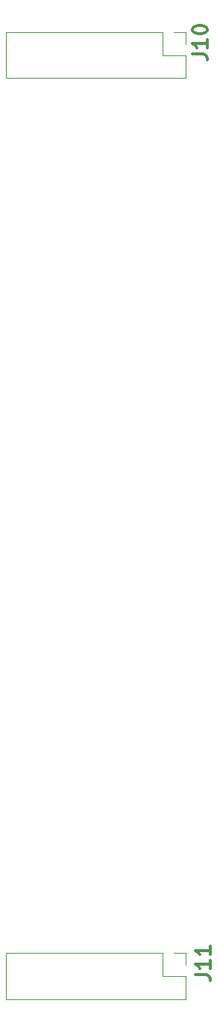
<source format=gto>
%TF.GenerationSoftware,KiCad,Pcbnew,(6.0.1)*%
%TF.CreationDate,2022-10-13T17:59:12-04:00*%
%TF.ProjectId,SYNTH-MIXER4-01-DB,53594e54-482d-44d4-9958-4552342d3031,1*%
%TF.SameCoordinates,Original*%
%TF.FileFunction,Legend,Top*%
%TF.FilePolarity,Positive*%
%FSLAX46Y46*%
G04 Gerber Fmt 4.6, Leading zero omitted, Abs format (unit mm)*
G04 Created by KiCad (PCBNEW (6.0.1)) date 2022-10-13 17:59:12*
%MOMM*%
%LPD*%
G01*
G04 APERTURE LIST*
%ADD10C,0.349250*%
%ADD11C,0.120000*%
G04 APERTURE END LIST*
D10*
%TO.C,J11*%
X26477080Y-116576323D02*
X27656366Y-116576323D01*
X27892223Y-116654942D01*
X28049461Y-116812180D01*
X28128080Y-117048038D01*
X28128080Y-117205276D01*
X28128080Y-114925323D02*
X28128080Y-115868752D01*
X28128080Y-115397038D02*
X26477080Y-115397038D01*
X26712938Y-115554276D01*
X26870176Y-115711514D01*
X26948795Y-115868752D01*
X28128080Y-113352942D02*
X28128080Y-114296371D01*
X28128080Y-113824657D02*
X26477080Y-113824657D01*
X26712938Y-113981895D01*
X26870176Y-114139133D01*
X26948795Y-114296371D01*
%TO.C,J10*%
X26146880Y-12410923D02*
X27326166Y-12410923D01*
X27562023Y-12489542D01*
X27719261Y-12646780D01*
X27797880Y-12882638D01*
X27797880Y-13039876D01*
X27797880Y-10759923D02*
X27797880Y-11703352D01*
X27797880Y-11231638D02*
X26146880Y-11231638D01*
X26382738Y-11388876D01*
X26539976Y-11546114D01*
X26618595Y-11703352D01*
X26146880Y-9737876D02*
X26146880Y-9580638D01*
X26225500Y-9423400D01*
X26304119Y-9344780D01*
X26461357Y-9266161D01*
X26775833Y-9187542D01*
X27168928Y-9187542D01*
X27483404Y-9266161D01*
X27640642Y-9344780D01*
X27719261Y-9423400D01*
X27797880Y-9580638D01*
X27797880Y-9737876D01*
X27719261Y-9895114D01*
X27640642Y-9973733D01*
X27483404Y-10052352D01*
X27168928Y-10130971D01*
X26775833Y-10130971D01*
X26461357Y-10052352D01*
X26304119Y-9973733D01*
X26225500Y-9895114D01*
X26146880Y-9737876D01*
D11*
%TO.C,J11*%
X22758400Y-114113000D02*
X4918400Y-114113000D01*
X4918400Y-114113000D02*
X4918400Y-119313000D01*
X22758400Y-114113000D02*
X22758400Y-116713000D01*
X25358400Y-116713000D02*
X25358400Y-119313000D01*
X25358400Y-114113000D02*
X25358400Y-115443000D01*
X24028400Y-114113000D02*
X25358400Y-114113000D01*
X25358400Y-119313000D02*
X4918400Y-119313000D01*
X22758400Y-116713000D02*
X25358400Y-116713000D01*
%TO.C,J10*%
X4918400Y-9947600D02*
X4918400Y-15147600D01*
X22758400Y-9947600D02*
X4918400Y-9947600D01*
X25358400Y-15147600D02*
X4918400Y-15147600D01*
X25358400Y-9947600D02*
X25358400Y-11277600D01*
X25358400Y-12547600D02*
X25358400Y-15147600D01*
X22758400Y-9947600D02*
X22758400Y-12547600D01*
X24028400Y-9947600D02*
X25358400Y-9947600D01*
X22758400Y-12547600D02*
X25358400Y-12547600D01*
%TD*%
M02*

</source>
